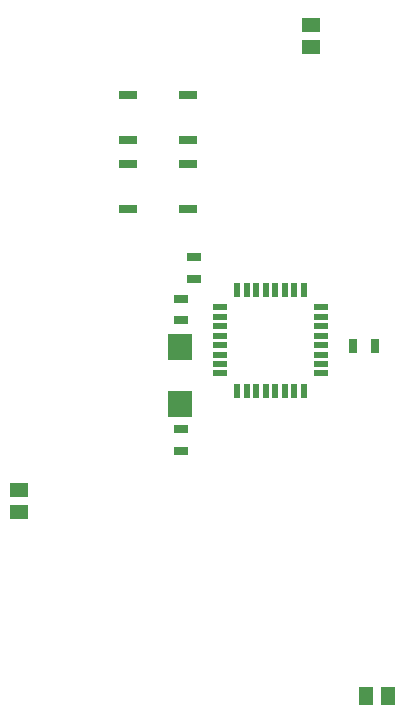
<source format=gtp>
G75*
%MOIN*%
%OFA0B0*%
%FSLAX24Y24*%
%IPPOS*%
%LPD*%
%AMOC8*
5,1,8,0,0,1.08239X$1,22.5*
%
%ADD10R,0.0500X0.0220*%
%ADD11R,0.0220X0.0500*%
%ADD12R,0.0800X0.0900*%
%ADD13R,0.0472X0.0315*%
%ADD14R,0.0591X0.0512*%
%ADD15R,0.0315X0.0472*%
%ADD16R,0.0600X0.0300*%
%ADD17R,0.0512X0.0591*%
D10*
X024210Y024298D03*
X024210Y024613D03*
X024210Y024928D03*
X024210Y025243D03*
X024210Y025557D03*
X024210Y025872D03*
X024210Y026187D03*
X024210Y026502D03*
X027590Y026502D03*
X027590Y026187D03*
X027590Y025872D03*
X027590Y025557D03*
X027590Y025243D03*
X027590Y024928D03*
X027590Y024613D03*
X027590Y024298D03*
D11*
X027002Y023710D03*
X026687Y023710D03*
X026372Y023710D03*
X026057Y023710D03*
X025743Y023710D03*
X025428Y023710D03*
X025113Y023710D03*
X024798Y023710D03*
X024798Y027090D03*
X025113Y027090D03*
X025428Y027090D03*
X025743Y027090D03*
X026057Y027090D03*
X026372Y027090D03*
X026687Y027090D03*
X027002Y027090D03*
D12*
X022898Y025165D03*
X022898Y023265D03*
D13*
X022902Y022439D03*
X022902Y021731D03*
X022902Y026081D03*
X022902Y026789D03*
X023348Y027461D03*
X023348Y028169D03*
D14*
X017502Y019674D03*
X017502Y020422D03*
X027250Y035176D03*
X027250Y035924D03*
D15*
X028661Y025202D03*
X029369Y025202D03*
D16*
X023148Y029765D03*
X023148Y031265D03*
X023152Y032085D03*
X023152Y033585D03*
X021152Y033585D03*
X021152Y032085D03*
X021148Y031265D03*
X021148Y029765D03*
D17*
X029076Y013550D03*
X029824Y013550D03*
M02*

</source>
